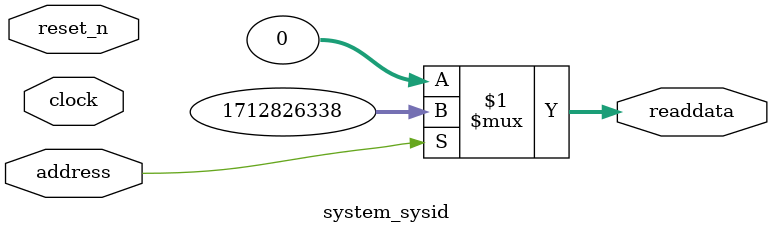
<source format=v>

`timescale 1ns / 1ps
// synthesis translate_on

// turn off superfluous verilog processor warnings 
// altera message_level Level1 
// altera message_off 10034 10035 10036 10037 10230 10240 10030 

module system_sysid (
               // inputs:
                address,
                clock,
                reset_n,

               // outputs:
                readdata
             )
;

  output  [ 31: 0] readdata;
  input            address;
  input            clock;
  input            reset_n;

  wire    [ 31: 0] readdata;
  //control_slave, which is an e_avalon_slave
  assign readdata = address ? 1712826338 : 0;

endmodule




</source>
